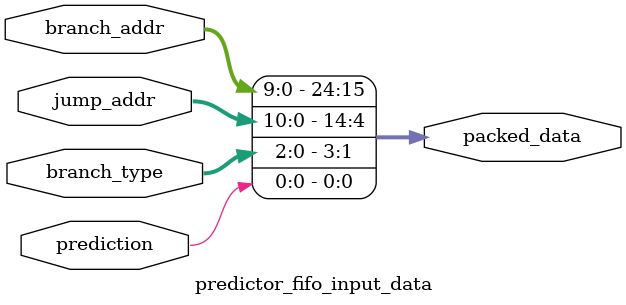
<source format=v>
module predictor_fifo_input_data (	input [10:0] 		branch_addr,
												input [10:0]		jump_addr,
												input [2:0]			branch_type,
												input 				prediction,
												output reg [24:0] packed_data);
												
	always begin
		packed_data <= {branch_addr, jump_addr, branch_type, prediction};
	end
endmodule
</source>
